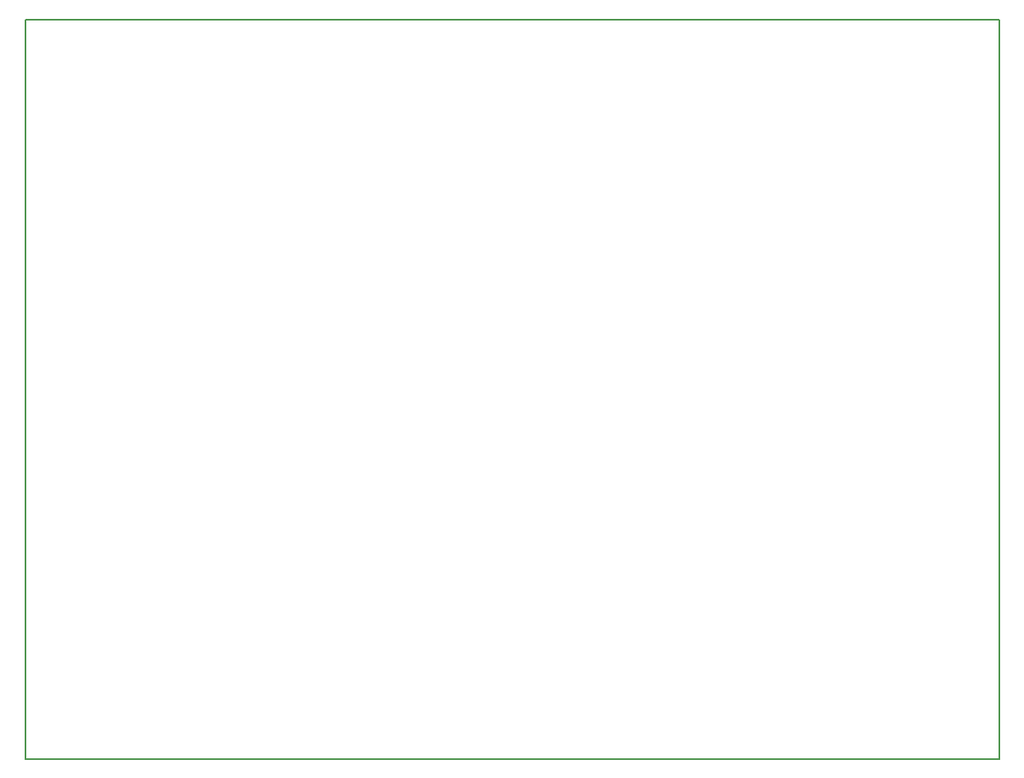
<source format=gbr>
G04 #@! TF.GenerationSoftware,KiCad,Pcbnew,5.0.0-fee4fd1~66~ubuntu18.04.1*
G04 #@! TF.CreationDate,2018-10-08T14:25:46+08:00*
G04 #@! TF.ProjectId,ws2812-stm32-interface,7773323831322D73746D33322D696E74,rev?*
G04 #@! TF.SameCoordinates,Original*
G04 #@! TF.FileFunction,Profile,NP*
%FSLAX46Y46*%
G04 Gerber Fmt 4.6, Leading zero omitted, Abs format (unit mm)*
G04 Created by KiCad (PCBNEW 5.0.0-fee4fd1~66~ubuntu18.04.1) date Mon Oct  8 14:25:46 2018*
%MOMM*%
%LPD*%
G01*
G04 APERTURE LIST*
%ADD10C,0.150000*%
G04 APERTURE END LIST*
D10*
X114554000Y-13970000D02*
X14224000Y-13970000D01*
X114554000Y-90170000D02*
X114554000Y-13970000D01*
X14224000Y-90170000D02*
X114554000Y-90170000D01*
X14224000Y-13970000D02*
X14224000Y-90170000D01*
M02*

</source>
